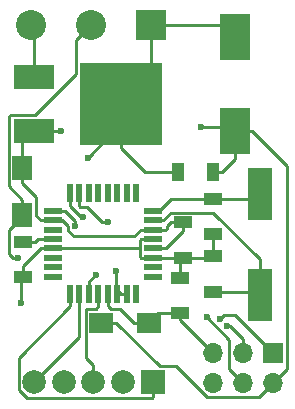
<source format=gbr>
G04 #@! TF.FileFunction,Copper,L1,Top,Signal*
%FSLAX46Y46*%
G04 Gerber Fmt 4.6, Leading zero omitted, Abs format (unit mm)*
G04 Created by KiCad (PCBNEW 4.0.2-stable) date 2018-11-15 20:30:23*
%MOMM*%
G01*
G04 APERTURE LIST*
%ADD10C,0.100000*%
%ADD11R,3.500000X2.000000*%
%ADD12R,7.000000X7.000000*%
%ADD13R,2.000000X2.000000*%
%ADD14C,2.000000*%
%ADD15R,2.500000X4.000000*%
%ADD16R,1.600000X1.000000*%
%ADD17R,1.000000X1.600000*%
%ADD18R,2.000000X1.700000*%
%ADD19R,1.700000X2.000000*%
%ADD20R,1.600000X0.550000*%
%ADD21R,0.550000X1.600000*%
%ADD22R,2.000000X4.500000*%
%ADD23R,1.700000X1.700000*%
%ADD24O,1.700000X1.700000*%
%ADD25R,2.540000X2.540000*%
%ADD26C,2.540000*%
%ADD27C,0.600000*%
%ADD28C,0.250000*%
G04 APERTURE END LIST*
D10*
D11*
X105038700Y-55129400D03*
X105038700Y-59709400D03*
D12*
X112438700Y-57429400D03*
D13*
X115125500Y-80987900D03*
D14*
X112605500Y-80987900D03*
X110105500Y-80987900D03*
X107605500Y-80987900D03*
X105105500Y-80987900D03*
D15*
X122059700Y-59740300D03*
X122059700Y-51740300D03*
D16*
X117703600Y-70462400D03*
X117703600Y-67462400D03*
D17*
X120257700Y-63169800D03*
X117257700Y-63169800D03*
D16*
X104101900Y-72124700D03*
X104101900Y-69124700D03*
X117436900Y-75172700D03*
X117436900Y-72172700D03*
X120192800Y-70331200D03*
X120192800Y-73331200D03*
X120192800Y-68454400D03*
X120192800Y-65454400D03*
D18*
X110776000Y-75971400D03*
X114776000Y-75971400D03*
D19*
X104089200Y-62846200D03*
X104089200Y-66846200D03*
D20*
X115171800Y-72065800D03*
X115171800Y-71265800D03*
X115171800Y-70465800D03*
X115171800Y-69665800D03*
X115171800Y-68865800D03*
X115171800Y-68065800D03*
X115171800Y-67265800D03*
X115171800Y-66465800D03*
D21*
X113721800Y-65015800D03*
X112921800Y-65015800D03*
X112121800Y-65015800D03*
X111321800Y-65015800D03*
X110521800Y-65015800D03*
X109721800Y-65015800D03*
X108921800Y-65015800D03*
X108121800Y-65015800D03*
D20*
X106671800Y-66465800D03*
X106671800Y-67265800D03*
X106671800Y-68065800D03*
X106671800Y-68865800D03*
X106671800Y-69665800D03*
X106671800Y-70465800D03*
X106671800Y-71265800D03*
X106671800Y-72065800D03*
D21*
X108121800Y-73515800D03*
X108921800Y-73515800D03*
X109721800Y-73515800D03*
X110521800Y-73515800D03*
X111321800Y-73515800D03*
X112121800Y-73515800D03*
X112921800Y-73515800D03*
X113721800Y-73515800D03*
D22*
X124193300Y-73592000D03*
X124193300Y-65092000D03*
D23*
X125323600Y-78536800D03*
D24*
X125323600Y-81076800D03*
X122783600Y-78536800D03*
X122783600Y-81076800D03*
X120243600Y-78536800D03*
X120243600Y-81076800D03*
D25*
X114960400Y-50749200D03*
D26*
X109880400Y-50749200D03*
X104800400Y-50749200D03*
D27*
X109626400Y-61976000D03*
X103987600Y-74269600D03*
X119227600Y-59385200D03*
X107340400Y-59690000D03*
X103698220Y-70472143D03*
X112029245Y-71612755D03*
X110337600Y-71897420D03*
X120823327Y-75641817D03*
X109220000Y-67005200D03*
X121389021Y-76207511D03*
X108580732Y-67751357D03*
X111302800Y-67411600D03*
X119684800Y-75488800D03*
D28*
X105038700Y-55129400D02*
X105038700Y-50987500D01*
X105038700Y-50987500D02*
X104800400Y-50749200D01*
X105038700Y-55129400D02*
X105038700Y-51986000D01*
X109626400Y-61976000D02*
X112438700Y-59163700D01*
X112438700Y-59163700D02*
X112438700Y-57429400D01*
X103987600Y-74269600D02*
X103987600Y-72239000D01*
X103987600Y-72239000D02*
X104101900Y-72124700D01*
X114960400Y-50749200D02*
X121068600Y-50749200D01*
X121068600Y-50749200D02*
X122059700Y-51740300D01*
X114960400Y-50749200D02*
X114960400Y-54907700D01*
X114960400Y-54907700D02*
X112438700Y-57429400D01*
X117703600Y-70462400D02*
X120061600Y-70462400D01*
X120061600Y-70462400D02*
X120192800Y-70331200D01*
X106671800Y-69665800D02*
X113976999Y-69665800D01*
X114046799Y-70390799D02*
X114046799Y-69596000D01*
X114046799Y-69596000D02*
X114046799Y-68940801D01*
X113976999Y-69665800D02*
X114046799Y-69596000D01*
X115171800Y-70465800D02*
X114121800Y-70465800D01*
X114121800Y-70465800D02*
X114046799Y-70390799D01*
X114046799Y-68940801D02*
X114121800Y-68865800D01*
X114121800Y-68865800D02*
X115171800Y-68865800D01*
X120192800Y-70331200D02*
X120192800Y-68454400D01*
X117257700Y-63169800D02*
X114429100Y-63169800D01*
X114429100Y-63169800D02*
X112438700Y-61179400D01*
X112438700Y-61179400D02*
X112438700Y-57429400D01*
X117436900Y-70080900D02*
X117436900Y-70511800D01*
X115171800Y-70465800D02*
X117390900Y-70465800D01*
X117390900Y-70465800D02*
X117436900Y-70511800D01*
X117436900Y-72172700D02*
X117436900Y-70511800D01*
X104101900Y-72124700D02*
X104101900Y-71185700D01*
X104101900Y-71185700D02*
X105621800Y-69665800D01*
X105621800Y-69665800D02*
X106671800Y-69665800D01*
X110776000Y-75971400D02*
X112026000Y-75971400D01*
X112026000Y-75971400D02*
X115717499Y-79662899D01*
X115717499Y-79662899D02*
X117090697Y-79662899D01*
X117090697Y-79662899D02*
X119679599Y-82251801D01*
X119679599Y-82251801D02*
X124148599Y-82251801D01*
X124148599Y-82251801D02*
X124473601Y-81926799D01*
X124473601Y-81926799D02*
X125323600Y-81076800D01*
X125323600Y-81076800D02*
X126498601Y-79901799D01*
X126498601Y-79901799D02*
X126498601Y-62679201D01*
X126498601Y-62679201D02*
X123559700Y-59740300D01*
X123559700Y-59740300D02*
X122059700Y-59740300D01*
X117703600Y-67462400D02*
X117703600Y-68212400D01*
X117703600Y-68212400D02*
X116250200Y-69665800D01*
X116250200Y-69665800D02*
X115171800Y-69665800D01*
X119227600Y-59385200D02*
X121704600Y-59385200D01*
X121704600Y-59385200D02*
X122059700Y-59740300D01*
X105038700Y-59709400D02*
X107321000Y-59709400D01*
X107321000Y-59709400D02*
X107340400Y-59690000D01*
X107942627Y-67783020D02*
X107942627Y-68159063D01*
X107425407Y-67265800D02*
X107942627Y-67783020D01*
X106671800Y-67265800D02*
X107425407Y-67265800D01*
X107942627Y-68159063D02*
X108429765Y-68646201D01*
X113541399Y-68646201D02*
X114121800Y-68065800D01*
X108429765Y-68646201D02*
X113541399Y-68646201D01*
X114121800Y-68065800D02*
X115171800Y-68065800D01*
X106671800Y-67265800D02*
X105621800Y-67265800D01*
X105621800Y-67265800D02*
X105264201Y-66908201D01*
X105264201Y-66908201D02*
X105264201Y-65271201D01*
X105264201Y-65271201D02*
X104089200Y-64096200D01*
X104089200Y-64096200D02*
X104089200Y-62846200D01*
X120257700Y-63169800D02*
X121007700Y-63169800D01*
X121007700Y-63169800D02*
X122059700Y-62117800D01*
X122059700Y-62117800D02*
X122059700Y-59740300D01*
X116317200Y-67970400D02*
X116317200Y-67798800D01*
X116317200Y-67798800D02*
X116653600Y-67462400D01*
X116653600Y-67462400D02*
X117703600Y-67462400D01*
X115171800Y-68065800D02*
X116221800Y-68065800D01*
X116221800Y-68065800D02*
X116317200Y-67970400D01*
X104089200Y-62846200D02*
X104089200Y-60658900D01*
X104089200Y-60658900D02*
X105038700Y-59709400D01*
X104101900Y-69124700D02*
X105151900Y-69124700D01*
X105151900Y-69124700D02*
X105410800Y-68865800D01*
X105410800Y-68865800D02*
X106671800Y-68865800D01*
X120243600Y-78536800D02*
X117436900Y-75730100D01*
X117436900Y-75730100D02*
X117436900Y-75172700D01*
X117436900Y-75172700D02*
X115574700Y-75172700D01*
X115574700Y-75172700D02*
X114776000Y-75971400D01*
X111321800Y-73515800D02*
X111321800Y-74565800D01*
X111321800Y-74565800D02*
X111552399Y-74796399D01*
X111552399Y-74796399D02*
X112350999Y-74796399D01*
X112350999Y-74796399D02*
X113526000Y-75971400D01*
X113526000Y-75971400D02*
X114776000Y-75971400D01*
X116643599Y-66637399D02*
X120260801Y-66637399D01*
X120260801Y-66637399D02*
X124193300Y-70569898D01*
X124193300Y-70569898D02*
X124193300Y-73592000D01*
X116015198Y-67265800D02*
X116643599Y-66637399D01*
X115171800Y-67265800D02*
X116015198Y-67265800D01*
X120192800Y-73331200D02*
X123932500Y-73331200D01*
X123932500Y-73331200D02*
X124193300Y-73592000D01*
X116708200Y-65454400D02*
X120192800Y-65454400D01*
X115171800Y-66465800D02*
X115696800Y-66465800D01*
X115696800Y-66465800D02*
X116708200Y-65454400D01*
X120192800Y-65454400D02*
X123830900Y-65454400D01*
X123830900Y-65454400D02*
X124193300Y-65092000D01*
X102976899Y-70175086D02*
X103273956Y-70472143D01*
X103273956Y-70472143D02*
X103698220Y-70472143D01*
X102976899Y-68108501D02*
X102976899Y-70175086D01*
X104089200Y-66996200D02*
X102976899Y-68108501D01*
X104089200Y-66846200D02*
X104089200Y-66996200D01*
X112029245Y-73073845D02*
X112029245Y-72037019D01*
X112029245Y-72037019D02*
X112029245Y-71612755D01*
X112471200Y-73515800D02*
X112029245Y-73073845D01*
X109880400Y-50749200D02*
X108610401Y-52019199D01*
X108610401Y-52019199D02*
X108610401Y-54892701D01*
X108610401Y-54892701D02*
X105118703Y-58384399D01*
X105118703Y-58384399D02*
X103028699Y-58384399D01*
X103028699Y-58384399D02*
X102914199Y-58498899D01*
X102914199Y-58498899D02*
X102914199Y-64421199D01*
X102914199Y-64421199D02*
X104089200Y-65596200D01*
X104089200Y-65596200D02*
X104089200Y-66846200D01*
X112921800Y-73515800D02*
X112471200Y-73515800D01*
X112471200Y-73515800D02*
X112121800Y-73515800D01*
X115125500Y-80987900D02*
X115125500Y-82237900D01*
X115125500Y-82237900D02*
X115050499Y-82312901D01*
X115050499Y-82312901D02*
X104469499Y-82312901D01*
X104469499Y-82312901D02*
X103780499Y-81623901D01*
X103780499Y-81623901D02*
X103780499Y-78907101D01*
X103780499Y-78907101D02*
X108121800Y-74565800D01*
X108121800Y-74565800D02*
X108121800Y-73515800D01*
X109721800Y-72465800D02*
X110290180Y-71897420D01*
X109721800Y-73515800D02*
X109721800Y-72465800D01*
X110290180Y-71897420D02*
X110337600Y-71897420D01*
X110521800Y-73515800D02*
X110521800Y-74565800D01*
X110521800Y-74565800D02*
X110291201Y-74796399D01*
X110291201Y-74796399D02*
X109515999Y-74796399D01*
X109515999Y-74796399D02*
X109450999Y-74861399D01*
X109450999Y-74861399D02*
X109450999Y-78919186D01*
X109450999Y-78919186D02*
X110105500Y-79573687D01*
X110105500Y-79573687D02*
X110105500Y-80987900D01*
X108921800Y-73515800D02*
X108921800Y-77171600D01*
X108921800Y-77171600D02*
X105105500Y-80987900D01*
X121123326Y-75341818D02*
X120823327Y-75641817D01*
X125323600Y-78536800D02*
X122128618Y-75341818D01*
X122128618Y-75341818D02*
X121123326Y-75341818D01*
X108121800Y-65015800D02*
X108121800Y-66065800D01*
X108121800Y-66065800D02*
X109061200Y-67005200D01*
X109061200Y-67005200D02*
X109220000Y-67005200D01*
X122783600Y-78536800D02*
X122783600Y-77334719D01*
X122783600Y-77334719D02*
X121656392Y-76207511D01*
X121656392Y-76207511D02*
X121389021Y-76207511D01*
X106671800Y-66465800D02*
X107721800Y-66465800D01*
X107721800Y-66465800D02*
X108580732Y-67324732D01*
X108580732Y-67324732D02*
X108580732Y-67327093D01*
X108580732Y-67327093D02*
X108580732Y-67751357D01*
X106671800Y-66465800D02*
X107440162Y-66465800D01*
X110794800Y-67411600D02*
X109524001Y-66140801D01*
X109524001Y-66140801D02*
X108996801Y-66140801D01*
X108996801Y-66140801D02*
X108921800Y-66065800D01*
X108921800Y-66065800D02*
X108921800Y-65015800D01*
X111302800Y-67411600D02*
X110794800Y-67411600D01*
X121608599Y-79901799D02*
X121608599Y-77412599D01*
X122783600Y-81076800D02*
X121608599Y-79901799D01*
X121608599Y-77412599D02*
X119684800Y-75488800D01*
M02*

</source>
